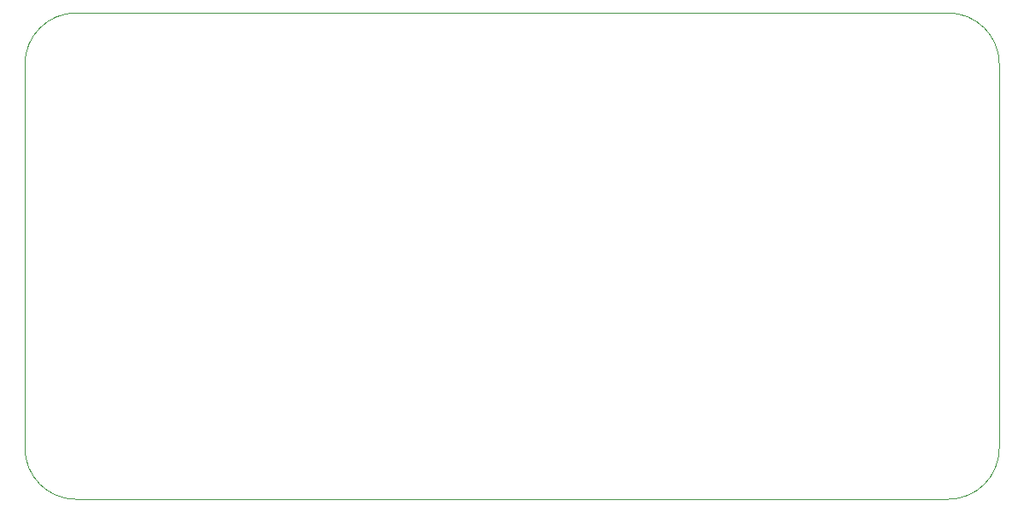
<source format=gbr>
%TF.GenerationSoftware,KiCad,Pcbnew,7.0.5*%
%TF.CreationDate,2023-08-07T14:42:52-07:00*%
%TF.ProjectId,TransimpedianceAmplifierV2,5472616e-7369-46d7-9065-6469616e6365,rev?*%
%TF.SameCoordinates,Original*%
%TF.FileFunction,Profile,NP*%
%FSLAX46Y46*%
G04 Gerber Fmt 4.6, Leading zero omitted, Abs format (unit mm)*
G04 Created by KiCad (PCBNEW 7.0.5) date 2023-08-07 14:42:52*
%MOMM*%
%LPD*%
G01*
G04 APERTURE LIST*
%TA.AperFunction,Profile*%
%ADD10C,0.100000*%
%TD*%
G04 APERTURE END LIST*
D10*
X99060000Y-58420000D02*
X185420000Y-58420000D01*
X190500000Y-63500000D02*
G75*
G03*
X185420000Y-58420000I-5080000J0D01*
G01*
X93980000Y-101600000D02*
G75*
G03*
X99060000Y-106680000I5080000J0D01*
G01*
X185420000Y-106680000D02*
X99060000Y-106680000D01*
X190500000Y-63500000D02*
X190500000Y-101600000D01*
X185420000Y-106680000D02*
G75*
G03*
X190500000Y-101600000I0J5080000D01*
G01*
X99060000Y-58420000D02*
G75*
G03*
X93980000Y-63500000I0J-5080000D01*
G01*
X93980000Y-101600000D02*
X93980000Y-63500000D01*
M02*

</source>
